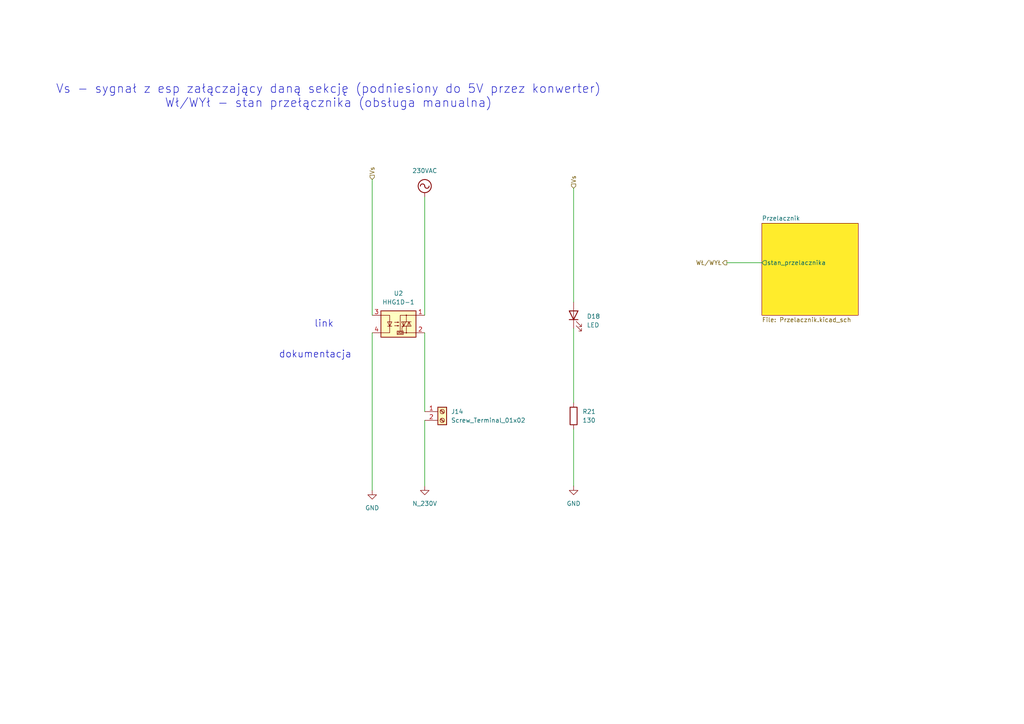
<source format=kicad_sch>
(kicad_sch (version 20250114) (generator "eeschema") (generator_version "9.0")
  (paper "A4")
  (title_block (title "Sterownik podlewania V1.1") (date "2025-10-09") (comment 1 "Praca inżynierska ") (comment 2 "Filip Gajewski"))
  (lib_symbols
    (symbol "Connector:Screw_Terminal_01x02" (pin_names (offset 1.016) (hide yes))
      (property "Reference" "J" (at 0 2.54 0))
      (property "Value" "Screw_Terminal_01x02" (at 0 -5.08 0))
      (symbol "Screw_Terminal_01x02_1_1"
        (rectangle (start -1.27 1.27) (end 1.27 -3.81) (stroke (width 0.254)) (fill (type background)))
        (polyline (pts (xy -0.5334 0.3302) (xy 0.3302 -0.508)) (stroke (width 0.1524)))
        (polyline (pts (xy -0.5334 -2.2098) (xy 0.3302 -3.048)) (stroke (width 0.1524)))
        (polyline (pts (xy -0.3556 0.508) (xy 0.508 -0.3302)) (stroke (width 0.1524)))
        (polyline (pts (xy -0.3556 -2.032) (xy 0.508 -2.8702)) (stroke (width 0.1524)))
        (circle (center 0 0) (radius 0.635) (stroke (width 0.1524)))
        (circle (center 0 -2.54) (radius 0.635) (stroke (width 0.1524)))
        (pin passive line (at -5.08 0 0) (length 3.81) (name "Pin_1") (number "1"))
        (pin passive line (at -5.08 -2.54 0) (length 3.81) (name "Pin_2") (number "2"))
      )
    )
    (symbol "Device:LED" (pin_numbers (hide yes)) (pin_names (offset 1.016) (hide yes))
      (property "Reference" "D" (at 0 2.54 0))
      (property "Value" "LED" (at 0 -2.54 0))
      (symbol "LED_0_1"
        (polyline (pts (xy -3.048 -0.762) (xy -4.572 -2.286) (xy -3.81 -2.286) (xy -4.572 -2.286) (xy -4.572 -1.524)))
        (polyline (pts (xy -1.778 -0.762) (xy -3.302 -2.286) (xy -2.54 -2.286) (xy -3.302 -2.286) (xy -3.302 -1.524)))
        (polyline (pts (xy -1.27 0) (xy 1.27 0)))
        (polyline (pts (xy -1.27 -1.27) (xy -1.27 1.27)) (stroke (width 0.254)))
        (polyline (pts (xy 1.27 -1.27) (xy 1.27 1.27) (xy -1.27 0) (xy 1.27 -1.27)) (stroke (width 0.254)))
      )
      (symbol "LED_1_1"
        (pin passive line (at -3.81 0 0) (length 2.54) (name "K") (number "1"))
        (pin passive line (at 3.81 0 180) (length 2.54) (name "A") (number "2"))
      )
    )
    (symbol "Device:R" (pin_numbers (hide yes)) (pin_names (offset 0))
      (property "Reference" "R" (at 2.032 0 90))
      (property "Value" "R" (at 0 0 90))
      (symbol "R_0_1"
        (rectangle (start -1.016 -2.54) (end 1.016 2.54) (stroke (width 0.254)))
      )
      (symbol "R_1_1"
        (pin passive line (at 0 3.81 270) (length 1.27) (name "~") (number "1"))
        (pin passive line (at 0 -3.81 90) (length 1.27) (name "~") (number "2"))
      )
    )
    (symbol "Relay_SolidState:HHG1D-1"
      (property "Reference" "U" (at -5.08 5.08 0))
      (property "Value" "HHG1D-1" (at 0 5.08 0))
      (symbol "HHG1D-1_0_0"
        (rectangle (start -0.381 -2.032) (end 1.397 -3.048))
        (polyline (pts (xy 1.524 -0.635) (xy 1.016 -1.016) (xy 1.016 -2.032)))
        (polyline (pts (xy 2.286 -2.54) (xy 1.397 -2.54)))
        (text "ZCD" (at 0.508 -2.54 0) (effects (font (size 0.508 0.508))))
      )
      (symbol "HHG1D-1_0_1"
        (rectangle (start -5.08 3.81) (end 5.08 -3.81) (stroke (width 0.254)) (fill (type background)))
        (polyline (pts (xy -5.08 2.54) (xy -2.54 2.54) (xy -2.54 -2.54) (xy -5.08 -2.54)))
        (polyline (pts (xy -3.175 -0.635) (xy -1.905 -0.635)))
        (polyline (pts (xy -2.54 -0.635) (xy -3.175 0.635) (xy -1.905 0.635) (xy -2.54 -0.635)))
        (polyline (pts (xy -1.143 0.508) (xy 0.127 0.508) (xy -0.254 0.381) (xy -0.254 0.635) (xy 0.127 0.508)))
        (polyline (pts (xy -1.143 -0.508) (xy 0.127 -0.508) (xy -0.254 -0.635) (xy -0.254 -0.381) (xy 0.127 -0.508)))
        (polyline (pts (xy 0.889 -0.635) (xy 3.683 -0.635) (xy 3.048 0.635) (xy 2.413 -0.635)))
        (polyline (pts (xy 1.524 -0.635) (xy 1.524 0.635)))
        (polyline (pts (xy 2.286 2.54) (xy 0.508 2.54) (xy 0.508 -2.032)))
        (circle (center 2.286 2.54) (radius 0.127))
        (polyline (pts (xy 2.286 0.635) (xy 2.286 2.54) (xy 5.08 2.54)))
        (polyline (pts (xy 2.286 -0.635) (xy 2.286 -2.54) (xy 5.08 -2.54)))
        (circle (center 2.286 -2.54) (radius 0.127))
        (polyline (pts (xy 3.048 0.635) (xy 3.048 -0.635)))
        (polyline (pts (xy 3.683 0.635) (xy 0.889 0.635) (xy 1.524 -0.635) (xy 2.159 0.635)))
      )
      (symbol "HHG1D-1_1_1"
        (pin passive line (at -7.62 2.54 0) (length 2.54) (name "~") (number "3"))
        (pin passive line (at -7.62 -2.54 0) (length 2.54) (name "~") (number "4"))
        (pin passive line (at 7.62 2.54 180) (length 2.54) (name "~") (number "1"))
        (pin passive line (at 7.62 -2.54 180) (length 2.54) (name "~") (number "2"))
      )
    )
    (symbol "power:AC" (power) (pin_numbers (hide yes)) (pin_names (offset 0) (hide yes))
      (property "Value" "AC" (at 0 6.35 0))
      (symbol "AC_0_1"
        (arc (start -1.27 3.175) (mid -0.635 3.8073) (end 0 3.175) (stroke (width 0.254)))
        (circle (center 0 3.175) (radius 1.905) (stroke (width 0.254)))
        (polyline (pts (xy 0 0) (xy 0 1.27)))
        (arc (start 1.27 3.175) (mid 0.635 2.5427) (end 0 3.175) (stroke (width 0.254)))
      )
      (symbol "AC_1_1"
        (pin power_in line (at 0 0 90) (length 0) (name "~") (number "1"))
      )
    )
    (symbol "power:GND" (power) (pin_numbers (hide yes)) (pin_names (offset 0) (hide yes))
      (property "Value" "GND" (at 0 -3.81 0))
      (symbol "GND_0_1"
        (polyline (pts (xy 0 0) (xy 0 -1.27) (xy 1.27 -1.27) (xy 0 -2.54) (xy -1.27 -1.27) (xy 0 -1.27)))
      )
      (symbol "GND_1_1"
        (pin power_in line (at 0 0 270) (length 0) (name "~") (number "1"))
      )
    )
  )
  (text "Vs - sygnał z esp załączający daną sekcję (podniesiony do 5V przez konwerter)\nWł/WYł - stan przełącznika (obsługa manualna)\n" (at 95.25 27.94 0) (effects (font (size 2.54 2.54))))
  (text "dokumentacja\n" (at 91.44 102.87 0) (effects (font (size 2.032 2.032))))
  (text "link" (at 93.98 93.98 0) (effects (font (size 2.032 2.032))))
  (wire (pts (xy 107.95 52.07) (xy 107.95 91.44)))
  (wire (pts (xy 166.37 95.25) (xy 166.37 116.84)))
  (wire (pts (xy 166.37 54.61) (xy 166.37 87.63)))
  (wire (pts (xy 166.37 124.46) (xy 166.37 140.97)))
  (wire (pts (xy 123.19 57.15) (xy 123.19 91.44)))
  (wire (pts (xy 210.82 76.2) (xy 220.98 76.2)))
  (wire (pts (xy 123.19 96.52) (xy 123.19 119.38)))
  (wire (pts (xy 123.19 121.92) (xy 123.19 140.97)))
  (wire (pts (xy 107.95 96.52) (xy 107.95 142.24)))
  (hierarchical_label "Vs" (shape input) (at 166.37 54.61 90))
  (hierarchical_label "WŁ{slash}WYŁ" (shape output) (at 210.82 76.2 180))
  (hierarchical_label "Vs" (shape input) (at 107.95 52.07 90))
  (symbol (lib_id "power:GND") (at 107.95 142.24 0) (unit 1)
    (property "Reference" "#PWR055" (effects (hide yes)))
    (property "Value" "GND" (at 107.95 147.32 0))
    (property "Description" "Power symbol creates a global label with name \"GND\" , ground" (effects (hide yes)))
  )
  (symbol (lib_id "power:GND") (at 123.19 140.97 0) (unit 1)
    (property "Reference" "#PWR054" (effects (hide yes)))
    (property "Value" "N_230V" (at 123.19 146.05 0))
    (property "Description" "Power symbol creates a global label with name \"GND\" , ground" (effects (hide yes)))
  )
  (symbol (lib_id "Device:R") (at 166.37 120.65 0) (unit 1)
    (property "Reference" "R21" (at 168.91 119.3799 0) (effects (justify left)))
    (property "Value" "130" (at 168.91 121.9199 0) (effects (justify left)))
    (property "Footprint" "Resistor_SMD:R_1206_3216Metric" (effects (hide yes)))
    (property "Description" "Resistor" (effects (hide yes)))
  )
  (symbol (lib_id "Connector:Screw_Terminal_01x02") (at 128.27 119.38 0) (unit 1)
    (property "Reference" "J14" (at 130.81 119.3799 0) (effects (justify left)))
    (property "Value" "Screw_Terminal_01x02" (at 130.81 121.9199 0) (effects (justify left)))
    (property "Footprint" "TerminalBlock:TerminalBlock_MaiXu_MX126-5.0-02P_1x02_P5.00mm" (effects (hide yes)))
    (property "Description" "Generic screw terminal, single row, 01x02, script generated (kicad-library-utils/schlib/autogen/connector/)" (effects (hide yes)))
  )
  (symbol (lib_id "power:GND") (at 166.37 140.97 0) (unit 1)
    (property "Reference" "#PWR053" (effects (hide yes)))
    (property "Value" "GND" (at 166.37 146.05 0))
    (property "Description" "Power symbol creates a global label with name \"GND\" , ground" (effects (hide yes)))
  )
  (symbol (lib_id "power:AC") (at 123.19 57.15 0) (unit 1)
    (property "Reference" "#PWR048" (effects (hide yes)))
    (property "Value" "230VAC" (at 123.19 49.53 0))
    (property "Description" "Power symbol creates a global label with name \"AC\"" (effects (hide yes)))
  )
  (symbol (lib_id "Device:LED") (at 166.37 91.44 90) (unit 1)
    (property "Reference" "D18" (at 170.18 91.7574 90) (effects (justify right)))
    (property "Value" "LED" (at 170.18 94.2974 90) (effects (justify right)))
    (property "Footprint" "LED_SMD:LED_1206_3216Metric" (effects (hide yes)))
    (property "Description" "Light emitting diode" (effects (hide yes)))
    (property "Sim.Pins" "1=K 2=A" (effects (hide yes)))
  )
  (symbol (lib_id "Relay_SolidState:HHG1D-1") (at 115.57 93.98 0) (unit 1)
    (property "Reference" "U2" (at 115.57 85.09 0))
    (property "Value" "HHG1D-1" (at 115.57 87.63 0))
    (property "Footprint" "Relay_THT:RELAY_G3MB-202P" (effects (hide yes)))
    (property "Datasheet" "https://ncr.hk/uploads/Relays/Solid_State_Relays/HHG1D-1.pdf" (effects (hide yes)))
    (property "Description" "NCR zero cross solid state relay 1A, 2A, 3A, 4A" (effects (hide yes)))
  )
  (sheet (at 220.98 64.77) (size 27.94 26.67) (stroke (width 0.1524)) (fill (color 255 236 44 1.0000))
    (property "Sheetname" "Przelacznik" (at 220.98 64.0584 0) (effects (justify left bottom)))
    (property "Sheetfile" "Przelacznik.kicad_sch" (at 220.98 92.0246 0) (effects (justify left top)))
    (pin "stan_przelacznika" output (at 220.98 76.2 180))
  )
)
</source>
